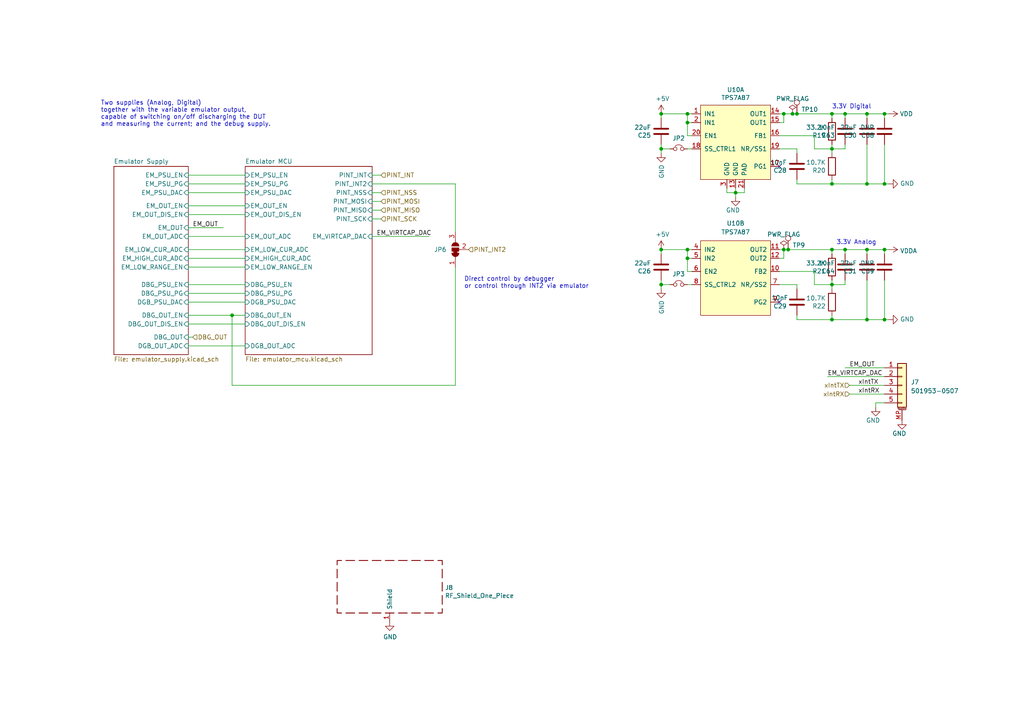
<source format=kicad_sch>
(kicad_sch (version 20230121) (generator eeschema)
  (paper "A4")
  (title_block (title "Emulator") (date "2022-08-16") (rev "2.1"))
  (lib_symbols
    (symbol "Connector:TestPoint" (pin_numbers hide) (pin_names (offset 0.762) hide)
      (property "Reference" "TP" (at 0 6.858 0))
      (property "Value" "TestPoint" (at 0 5.08 0))
      (symbol "TestPoint_0_1"
        (circle (center 0 3.302) (radius 0.762))
      )
      (symbol "TestPoint_1_1"
        (pin passive line (at 0 0 90) (length 2.54) (name "1") (number "1"))
      )
    )
    (symbol "Connector_Generic_MountingPin:Conn_01x05_MountingPin" (pin_names (offset 1.016) hide)
      (property "Reference" "J" (at 0 7.62 0))
      (property "Value" "Conn_01x05_MountingPin" (at 1.27 -7.62 0))
      (symbol "Conn_01x05_MountingPin_1_1"
        (rectangle (start -1.27 -4.953) (end 0 -5.207) (stroke (width 0.1524)))
        (rectangle (start -1.27 -2.413) (end 0 -2.667) (stroke (width 0.1524)))
        (rectangle (start -1.27 0.127) (end 0 -0.127) (stroke (width 0.1524)))
        (rectangle (start -1.27 2.667) (end 0 2.413) (stroke (width 0.1524)))
        (rectangle (start -1.27 5.207) (end 0 4.953) (stroke (width 0.1524)))
        (rectangle (start -1.27 6.35) (end 1.27 -6.35) (stroke (width 0.254)) (fill (type background)))
        (polyline (pts (xy -1.016 -7.112) (xy 1.016 -7.112)) (stroke (width 0.1524)))
        (text "Mounting" (at 0 -6.731 0) (effects (font (size 0.381 0.381))))
        (pin passive line (at -5.08 5.08 0) (length 3.81) (name "Pin_1") (number "1"))
        (pin passive line (at -5.08 2.54 0) (length 3.81) (name "Pin_2") (number "2"))
        (pin passive line (at -5.08 0 0) (length 3.81) (name "Pin_3") (number "3"))
        (pin passive line (at -5.08 -2.54 0) (length 3.81) (name "Pin_4") (number "4"))
        (pin passive line (at -5.08 -5.08 0) (length 3.81) (name "Pin_5") (number "5"))
        (pin passive line (at 0 -10.16 90) (length 3.048) (name "MountPin") (number "MP"))
      )
    )
    (symbol "Device:C" (pin_numbers hide) (pin_names (offset 0.254))
      (property "Reference" "C" (at 0.635 2.54 0))
      (property "Value" "C" (at 0.635 -2.54 0))
      (symbol "C_0_1"
        (polyline (pts (xy -2.032 -0.762) (xy 2.032 -0.762)) (stroke (width 0.508)))
        (polyline (pts (xy -2.032 0.762) (xy 2.032 0.762)) (stroke (width 0.508)))
      )
      (symbol "C_1_1"
        (pin passive line (at 0 3.81 270) (length 2.794) (name "~") (number "1"))
        (pin passive line (at 0 -3.81 90) (length 2.794) (name "~") (number "2"))
      )
    )
    (symbol "Device:R" (pin_numbers hide) (pin_names (offset 0))
      (property "Reference" "R" (at 2.032 0 90))
      (property "Value" "R" (at 0 0 90))
      (symbol "R_0_1"
        (rectangle (start -1.016 -2.54) (end 1.016 2.54) (stroke (width 0.254)))
      )
      (symbol "R_1_1"
        (pin passive line (at 0 3.81 270) (length 1.27) (name "~") (number "1"))
        (pin passive line (at 0 -3.81 90) (length 1.27) (name "~") (number "2"))
      )
    )
    (symbol "Jumper:SolderJumper_3_Bridged12" (pin_names (offset 0) hide)
      (property "Reference" "JP" (at -2.54 -2.54 0))
      (property "Value" "SolderJumper_3_Bridged12" (at 0 2.794 0))
      (symbol "SolderJumper_3_Bridged12_0_1"
        (rectangle (start -1.016 0.508) (end -0.508 -0.508) (fill (type outline)))
        (arc (start -1.016 1.016) (mid -2.0276 0) (end -1.016 -1.016))
        (arc (start -1.016 1.016) (mid -2.0276 0) (end -1.016 -1.016) (fill (type outline)))
        (rectangle (start -0.508 1.016) (end 0.508 -1.016) (fill (type outline)))
        (polyline (pts (xy -2.54 0) (xy -2.032 0)))
        (polyline (pts (xy -1.016 1.016) (xy -1.016 -1.016)))
        (polyline (pts (xy 0 -1.27) (xy 0 -1.016)))
        (polyline (pts (xy 1.016 1.016) (xy 1.016 -1.016)))
        (polyline (pts (xy 2.54 0) (xy 2.032 0)))
        (arc (start 1.016 -1.016) (mid 2.0276 0) (end 1.016 1.016))
        (arc (start 1.016 -1.016) (mid 2.0276 0) (end 1.016 1.016) (fill (type outline)))
      )
      (symbol "SolderJumper_3_Bridged12_1_1"
        (pin passive line (at -5.08 0 0) (length 2.54) (name "A") (number "1"))
        (pin passive line (at 0 -3.81 90) (length 2.54) (name "C") (number "2"))
        (pin passive line (at 5.08 0 180) (length 2.54) (name "B") (number "3"))
      )
    )
    (symbol "int-debugger-rescue:Jumper_NC_Small-Device" (pin_numbers hide) (pin_names (offset 0.762) hide)
      (property "Reference" "JP" (at 0 2.032 0))
      (property "Value" "Jumper_NC_Small-Device" (at 0.254 -1.524 0))
      (symbol "Jumper_NC_Small-Device_0_1"
        (circle (center -1.016 0) (radius 0.508))
        (circle (center 1.016 0) (radius 0.508))
        (arc (start 1.016 0.762) (mid 0 1.1828) (end -1.016 0.762))
        (pin passive line (at -2.54 0 0) (length 1.016) (name "1") (number "1"))
        (pin passive line (at 2.54 0 180) (length 1.016) (name "2") (number "2"))
      )
    )
    (symbol "int-debugger-rescue:RF_Shield_One_Piece-Device" (pin_names (offset 1.016))
      (property "Reference" "J" (at 0 5.08 0))
      (property "Value" "RF_Shield_One_Piece-Device" (at 0 2.54 0))
      (symbol "RF_Shield_One_Piece-Device_0_1"
        (polyline (pts (xy -15.24 -5.08) (xy -15.24 -2.54)) (stroke (width 0.254)))
        (polyline (pts (xy -15.24 -1.27) (xy -15.24 1.27)) (stroke (width 0.254)))
        (polyline (pts (xy -15.24 2.54) (xy -15.24 5.08)) (stroke (width 0.254)))
        (polyline (pts (xy -12.7 7.62) (xy -10.16 7.62)) (stroke (width 0.254)))
        (polyline (pts (xy -10.16 -7.62) (xy -12.7 -7.62)) (stroke (width 0.254)))
        (polyline (pts (xy -6.35 -7.62) (xy -8.89 -7.62)) (stroke (width 0.254)))
        (polyline (pts (xy -6.35 7.62) (xy -8.89 7.62)) (stroke (width 0.254)))
        (polyline (pts (xy -2.54 -7.62) (xy -5.08 -7.62)) (stroke (width 0.254)))
        (polyline (pts (xy -2.54 7.62) (xy -5.08 7.62)) (stroke (width 0.254)))
        (polyline (pts (xy -1.27 -7.62) (xy 1.27 -7.62)) (stroke (width 0.254)))
        (polyline (pts (xy 1.27 7.62) (xy -1.27 7.62)) (stroke (width 0.254)))
        (polyline (pts (xy 2.54 -7.62) (xy 5.08 -7.62)) (stroke (width 0.254)))
        (polyline (pts (xy 5.08 7.62) (xy 2.54 7.62)) (stroke (width 0.254)))
        (polyline (pts (xy 6.35 -7.62) (xy 8.89 -7.62)) (stroke (width 0.254)))
        (polyline (pts (xy 8.89 7.62) (xy 6.35 7.62)) (stroke (width 0.254)))
        (polyline (pts (xy 10.16 -7.62) (xy 12.7 -7.62)) (stroke (width 0.254)))
        (polyline (pts (xy 12.7 7.62) (xy 10.16 7.62)) (stroke (width 0.254)))
        (polyline (pts (xy 15.24 -5.08) (xy 15.24 -2.54)) (stroke (width 0.254)))
        (polyline (pts (xy 15.24 -1.27) (xy 15.24 1.27)) (stroke (width 0.254)))
        (polyline (pts (xy 15.24 2.54) (xy 15.24 5.08)) (stroke (width 0.254)))
        (polyline (pts (xy -15.24 6.35) (xy -15.24 7.62) (xy -13.97 7.62)) (stroke (width 0.254)))
        (polyline (pts (xy -13.97 -7.62) (xy -15.24 -7.62) (xy -15.24 -6.35)) (stroke (width 0.254)))
        (polyline (pts (xy 13.97 -7.62) (xy 15.24 -7.62) (xy 15.24 -6.35)) (stroke (width 0.254)))
        (polyline (pts (xy 15.24 6.35) (xy 15.24 7.62) (xy 13.97 7.62)) (stroke (width 0.254)))
      )
      (symbol "RF_Shield_One_Piece-Device_1_1"
        (pin passive line (at 0 -10.16 90) (length 2.54) (name "Shield") (number "1"))
      )
    )
    (symbol "jaspers_lib:TPS7A87" (pin_names (offset 1.016))
      (property "Reference" "U" (at -8.89 22.86 0))
      (property "Value" "TPS7A87" (at 1.27 22.86 0))
      (symbol "TPS7A87_0_1"
        (rectangle (start -10.16 20.32) (end 10.16 -1.27) (fill (type background)))
      )
      (symbol "TPS7A87_1_1"
        (pin input line (at -12.7 17.78 0) (length 2.54) (name "IN1") (number "1"))
        (pin input line (at 0 -3.81 90) (length 2.54) (name "GND") (number "13"))
        (pin input line (at 12.7 17.78 180) (length 2.54) (name "OUT1") (number "14"))
        (pin input line (at 12.7 15.24 180) (length 2.54) (name "OUT1") (number "15"))
        (pin input line (at 12.7 11.43 180) (length 2.54) (name "FB1") (number "16"))
        (pin input line (at 12.7 2.54 180) (length 2.54) (name "PG1") (number "17"))
        (pin input line (at -12.7 7.62 0) (length 2.54) (name "SS_CTRL1") (number "18"))
        (pin input line (at 12.7 7.62 180) (length 2.54) (name "NR/SS1") (number "19"))
        (pin input line (at -12.7 15.24 0) (length 2.54) (name "IN1") (number "2"))
        (pin input line (at -12.7 11.43 0) (length 2.54) (name "EN1") (number "20"))
        (pin input line (at 2.54 -3.81 90) (length 2.54) (name "PAD") (number "21"))
        (pin input line (at -2.54 -3.81 90) (length 2.54) (name "GND") (number "3"))
      )
      (symbol "TPS7A87_2_1"
        (pin input line (at 12.7 11.43 180) (length 2.54) (name "FB2") (number "10"))
        (pin input line (at 12.7 17.78 180) (length 2.54) (name "OUT2") (number "11"))
        (pin input line (at 12.7 15.24 180) (length 2.54) (name "OUT2") (number "12"))
        (pin input line (at -12.7 17.78 0) (length 2.54) (name "IN2") (number "4"))
        (pin input line (at -12.7 15.24 0) (length 2.54) (name "IN2") (number "5"))
        (pin input line (at -12.7 11.43 0) (length 2.54) (name "EN2") (number "6"))
        (pin input line (at 12.7 7.62 180) (length 2.54) (name "NR/SS2") (number "7"))
        (pin input line (at -12.7 7.62 0) (length 2.54) (name "SS_CTRL2") (number "8"))
        (pin input line (at 12.7 2.54 180) (length 2.54) (name "PG2") (number "9"))
      )
    )
    (symbol "power:+5V" (power) (pin_names (offset 0))
      (property "Value" "+5V" (at 0 3.556 0))
      (symbol "+5V_0_1"
        (polyline (pts (xy -0.762 1.27) (xy 0 2.54)))
        (polyline (pts (xy 0 0) (xy 0 2.54)))
        (polyline (pts (xy 0 2.54) (xy 0.762 1.27)))
      )
      (symbol "+5V_1_1"
        (pin power_in line (at 0 0 90) (length 0) hide (name "+5V") (number "1"))
      )
    )
    (symbol "power:GND" (power) (pin_names (offset 0))
      (property "Value" "GND" (at 0 -3.81 0))
      (symbol "GND_0_1"
        (polyline (pts (xy 0 0) (xy 0 -1.27) (xy 1.27 -1.27) (xy 0 -2.54) (xy -1.27 -1.27) (xy 0 -1.27)))
      )
      (symbol "GND_1_1"
        (pin power_in line (at 0 0 270) (length 0) hide (name "GND") (number "1"))
      )
    )
    (symbol "power:PWR_FLAG" (power) (pin_numbers hide) (pin_names (offset 0) hide)
      (property "Value" "PWR_FLAG" (at 0 3.81 0))
      (symbol "PWR_FLAG_0_0"
        (pin power_out line (at 0 0 90) (length 0) (name "pwr") (number "1"))
      )
      (symbol "PWR_FLAG_0_1"
        (polyline (pts (xy 0 0) (xy 0 1.27) (xy -1.016 1.905) (xy 0 2.54) (xy 1.016 1.905) (xy 0 1.27)))
      )
    )
    (symbol "power:VDD" (power) (pin_names (offset 0))
      (property "Value" "VDD" (at 0 3.81 0))
      (symbol "VDD_0_1"
        (polyline (pts (xy -0.762 1.27) (xy 0 2.54)))
        (polyline (pts (xy 0 0) (xy 0 2.54)))
        (polyline (pts (xy 0 2.54) (xy 0.762 1.27)))
      )
      (symbol "VDD_1_1"
        (pin power_in line (at 0 0 90) (length 0) hide (name "VDD") (number "1"))
      )
    )
    (symbol "power:VDDA" (power) (pin_names (offset 0))
      (property "Value" "VDDA" (at 0 3.81 0))
      (symbol "VDDA_0_1"
        (polyline (pts (xy -0.762 1.27) (xy 0 2.54)))
        (polyline (pts (xy 0 0) (xy 0 2.54)))
        (polyline (pts (xy 0 2.54) (xy 0.762 1.27)))
      )
      (symbol "VDDA_1_1"
        (pin power_in line (at 0 0 90) (length 0) hide (name "VDDA") (number "1"))
      )
    )
  )
  (junction (at 199.39 74.93))
  (junction (at 256.54 33.02))
  (junction (at 227.33 33.02))
  (junction (at 251.46 33.02))
  (junction (at 191.77 82.55))
  (junction (at 231.14 33.02))
  (junction (at 251.46 53.34))
  (junction (at 245.11 72.39))
  (junction (at 241.3 82.55))
  (junction (at 241.3 92.71))
  (junction (at 241.3 43.18))
  (junction (at 251.46 92.71))
  (junction (at 241.3 53.34))
  (junction (at 256.54 72.39))
  (junction (at 241.3 72.39))
  (junction (at 251.46 72.39))
  (junction (at 229.87 33.02))
  (junction (at 191.77 43.18))
  (junction (at 213.36 55.88))
  (junction (at 227.33 72.39))
  (junction (at 228.6 72.39))
  (junction (at 199.39 33.02))
  (junction (at 67.31 91.44))
  (junction (at 241.3 33.02))
  (junction (at 256.54 92.71))
  (junction (at 199.39 72.39))
  (junction (at 245.11 33.02))
  (junction (at 191.77 33.02))
  (junction (at 256.54 53.34))
  (junction (at 191.77 72.39))
  (junction (at 199.39 35.56))
  (no_connect (at 226.06 87.63))
  (no_connect (at 226.06 48.26))
  (wire (pts (xy 199.39 72.39) (xy 191.77 72.39)))
  (wire (pts (xy 54.61 100.33) (xy 71.12 100.33)))
  (wire (pts (xy 199.39 35.56) (xy 200.66 35.56)))
  (wire (pts (xy 231.14 92.71) (xy 241.3 92.71)))
  (wire (pts (xy 54.61 53.34) (xy 71.12 53.34)))
  (wire (pts (xy 54.61 74.93) (xy 71.12 74.93)))
  (wire (pts (xy 67.31 91.44) (xy 71.12 91.44)))
  (wire (pts (xy 254 118.11) (xy 254 116.84)))
  (wire (pts (xy 226.06 33.02) (xy 227.33 33.02)))
  (wire (pts (xy 236.22 78.74) (xy 236.22 82.55)))
  (wire (pts (xy 245.11 82.55) (xy 245.11 81.28)))
  (wire (pts (xy 213.36 55.88) (xy 213.36 57.15)))
  (wire (pts (xy 257.81 53.34) (xy 256.54 53.34)))
  (wire (pts (xy 199.39 78.74) (xy 199.39 74.93)))
  (wire (pts (xy 54.61 87.63) (xy 71.12 87.63)))
  (wire (pts (xy 199.39 72.39) (xy 200.66 72.39)))
  (wire (pts (xy 226.06 43.18) (xy 231.14 43.18)))
  (wire (pts (xy 191.77 34.29) (xy 191.77 33.02)))
  (wire (pts (xy 241.3 52.07) (xy 241.3 53.34)))
  (wire (pts (xy 191.77 82.55) (xy 191.77 83.82)))
  (wire (pts (xy 236.22 82.55) (xy 241.3 82.55)))
  (wire (pts (xy 245.11 33.02) (xy 251.46 33.02)))
  (wire (pts (xy 132.08 77.47) (xy 132.08 111.76)))
  (wire (pts (xy 226.06 72.39) (xy 227.33 72.39)))
  (wire (pts (xy 245.11 34.29) (xy 245.11 33.02)))
  (wire (pts (xy 200.66 33.02) (xy 199.39 33.02)))
  (wire (pts (xy 215.9 54.61) (xy 215.9 55.88)))
  (wire (pts (xy 241.3 53.34) (xy 251.46 53.34)))
  (wire (pts (xy 254 116.84) (xy 256.54 116.84)))
  (wire (pts (xy 227.33 72.39) (xy 228.6 72.39)))
  (wire (pts (xy 246.38 111.76) (xy 256.54 111.76)))
  (wire (pts (xy 54.61 82.55) (xy 71.12 82.55)))
  (wire (pts (xy 251.46 73.66) (xy 251.46 72.39)))
  (wire (pts (xy 257.81 92.71) (xy 256.54 92.71)))
  (wire (pts (xy 54.61 59.69) (xy 71.12 59.69)))
  (wire (pts (xy 67.31 91.44) (xy 67.31 111.76)))
  (wire (pts (xy 54.61 85.09) (xy 71.12 85.09)))
  (wire (pts (xy 241.3 81.28) (xy 241.3 82.55)))
  (wire (pts (xy 251.46 34.29) (xy 251.46 33.02)))
  (wire (pts (xy 256.54 81.28) (xy 256.54 92.71)))
  (wire (pts (xy 107.95 53.34) (xy 132.08 53.34)))
  (wire (pts (xy 213.36 55.88) (xy 213.36 54.61)))
  (wire (pts (xy 231.14 91.44) (xy 231.14 92.71)))
  (wire (pts (xy 236.22 39.37) (xy 236.22 43.18)))
  (wire (pts (xy 199.39 74.93) (xy 199.39 72.39)))
  (wire (pts (xy 226.06 39.37) (xy 236.22 39.37)))
  (wire (pts (xy 256.54 33.02) (xy 257.81 33.02)))
  (wire (pts (xy 241.3 41.91) (xy 241.3 43.18)))
  (wire (pts (xy 231.14 52.07) (xy 231.14 53.34)))
  (wire (pts (xy 210.82 54.61) (xy 210.82 55.88)))
  (wire (pts (xy 241.3 92.71) (xy 251.46 92.71)))
  (wire (pts (xy 256.54 72.39) (xy 257.81 72.39)))
  (wire (pts (xy 231.14 53.34) (xy 241.3 53.34)))
  (wire (pts (xy 256.54 92.71) (xy 251.46 92.71)))
  (wire (pts (xy 231.14 82.55) (xy 226.06 82.55)))
  (wire (pts (xy 191.77 81.28) (xy 191.77 82.55)))
  (wire (pts (xy 231.14 83.82) (xy 231.14 82.55)))
  (wire (pts (xy 256.54 34.29) (xy 256.54 33.02)))
  (wire (pts (xy 226.06 74.93) (xy 227.33 74.93)))
  (wire (pts (xy 251.46 72.39) (xy 245.11 72.39)))
  (wire (pts (xy 256.54 114.3) (xy 246.38 114.3)))
  (wire (pts (xy 245.11 43.18) (xy 241.3 43.18)))
  (wire (pts (xy 251.46 53.34) (xy 251.46 41.91)))
  (wire (pts (xy 241.3 33.02) (xy 245.11 33.02)))
  (wire (pts (xy 251.46 33.02) (xy 256.54 33.02)))
  (wire (pts (xy 200.66 39.37) (xy 199.39 39.37)))
  (wire (pts (xy 231.14 43.18) (xy 231.14 44.45)))
  (wire (pts (xy 256.54 73.66) (xy 256.54 72.39)))
  (wire (pts (xy 200.66 78.74) (xy 199.39 78.74)))
  (wire (pts (xy 54.61 97.79) (xy 55.88 97.79)))
  (wire (pts (xy 215.9 55.88) (xy 213.36 55.88)))
  (wire (pts (xy 54.61 50.8) (xy 71.12 50.8)))
  (wire (pts (xy 54.61 72.39) (xy 71.12 72.39)))
  (wire (pts (xy 245.11 73.66) (xy 245.11 72.39)))
  (wire (pts (xy 241.3 72.39) (xy 241.3 73.66)))
  (wire (pts (xy 227.33 74.93) (xy 227.33 72.39)))
  (wire (pts (xy 132.08 53.34) (xy 132.08 67.31)))
  (wire (pts (xy 226.06 78.74) (xy 236.22 78.74)))
  (wire (pts (xy 240.03 109.22) (xy 256.54 109.22)))
  (wire (pts (xy 210.82 55.88) (xy 213.36 55.88)))
  (wire (pts (xy 107.95 58.42) (xy 110.49 58.42)))
  (wire (pts (xy 107.95 63.5) (xy 110.49 63.5)))
  (wire (pts (xy 245.11 41.91) (xy 245.11 43.18)))
  (wire (pts (xy 107.95 50.8) (xy 110.49 50.8)))
  (wire (pts (xy 245.11 72.39) (xy 241.3 72.39)))
  (wire (pts (xy 199.39 33.02) (xy 199.39 35.56)))
  (wire (pts (xy 227.33 35.56) (xy 227.33 33.02)))
  (wire (pts (xy 227.33 33.02) (xy 229.87 33.02)))
  (wire (pts (xy 194.31 82.55) (xy 191.77 82.55)))
  (wire (pts (xy 54.61 77.47) (xy 71.12 77.47)))
  (wire (pts (xy 54.61 66.04) (xy 64.77 66.04)))
  (wire (pts (xy 54.61 91.44) (xy 67.31 91.44)))
  (wire (pts (xy 200.66 82.55) (xy 199.39 82.55)))
  (wire (pts (xy 199.39 43.18) (xy 200.66 43.18)))
  (wire (pts (xy 200.66 74.93) (xy 199.39 74.93)))
  (wire (pts (xy 54.61 55.88) (xy 71.12 55.88)))
  (wire (pts (xy 241.3 82.55) (xy 245.11 82.55)))
  (wire (pts (xy 245.11 106.68) (xy 256.54 106.68)))
  (wire (pts (xy 54.61 62.23) (xy 71.12 62.23)))
  (wire (pts (xy 256.54 41.91) (xy 256.54 53.34)))
  (wire (pts (xy 231.14 33.02) (xy 241.3 33.02)))
  (wire (pts (xy 229.87 33.02) (xy 231.14 33.02)))
  (wire (pts (xy 199.39 39.37) (xy 199.39 35.56)))
  (wire (pts (xy 107.95 55.88) (xy 110.49 55.88)))
  (wire (pts (xy 251.46 92.71) (xy 251.46 81.28)))
  (wire (pts (xy 67.31 111.76) (xy 132.08 111.76)))
  (wire (pts (xy 256.54 72.39) (xy 251.46 72.39)))
  (wire (pts (xy 228.6 72.39) (xy 241.3 72.39)))
  (wire (pts (xy 241.3 33.02) (xy 241.3 34.29)))
  (wire (pts (xy 54.61 93.98) (xy 71.12 93.98)))
  (wire (pts (xy 54.61 68.58) (xy 71.12 68.58)))
  (wire (pts (xy 191.77 72.39) (xy 191.77 73.66)))
  (wire (pts (xy 241.3 82.55) (xy 241.3 83.82)))
  (wire (pts (xy 226.06 35.56) (xy 227.33 35.56)))
  (wire (pts (xy 256.54 53.34) (xy 251.46 53.34)))
  (wire (pts (xy 236.22 43.18) (xy 241.3 43.18)))
  (wire (pts (xy 191.77 41.91) (xy 191.77 43.18)))
  (wire (pts (xy 107.95 68.58) (xy 124.46 68.58)))
  (wire (pts (xy 191.77 43.18) (xy 191.77 44.45)))
  (wire (pts (xy 241.3 43.18) (xy 241.3 44.45)))
  (wire (pts (xy 107.95 60.96) (xy 110.49 60.96)))
  (wire (pts (xy 191.77 33.02) (xy 199.39 33.02)))
  (wire (pts (xy 194.31 43.18) (xy 191.77 43.18)))
  (wire (pts (xy 241.3 91.44) (xy 241.3 92.71)))
  (text "Direct control by debugger\nor control through INT2 via emulator" (at 134.62 83.82 0) (effects (font (size 1.27 1.27)) (justify left bottom)))
  (text "3.3V Digital" (at 241.3 31.75 0) (effects (font (size 1.27 1.27)) (justify left bottom)))
  (text "Two supplies (Analog, Digital)\ntogether with the variable emulator output, \ncapable of switching on/off discharging the DUT \nand measuring the current; and the debug supply." (at 29.21 36.83 0) (effects (font (size 1.27 1.27)) (justify left bottom)))
  (text "3.3V Analog" (at 242.57 71.12 0) (effects (font (size 1.27 1.27)) (justify left bottom)))
  (label "EM_VIRTCAP_DAC" (at 240.03 109.22 0))
  (label "EM_VIRTCAP_DAC" (at 109.22 68.58 0))
  (label "EM_OUT" (at 55.88 66.04 0))
  (label "xIntRX" (at 248.92 114.3 0))
  (label "EM_OUT" (at 246.38 106.68 0))
  (label "xIntTX" (at 248.92 111.76 0))
  (hierarchical_label "PINT_NSS" (shape input) (at 110.49 55.88 0))
  (hierarchical_label "PINT_MISO" (shape input) (at 110.49 60.96 0))
  (hierarchical_label "PINT_MOSI" (shape input) (at 110.49 58.42 0))
  (hierarchical_label "PINT_INT2" (shape input) (at 135.89 72.39 0))
  (hierarchical_label "xIntRX" (shape input) (at 246.38 114.3 180))
  (hierarchical_label "PINT_SCK" (shape input) (at 110.49 63.5 0))
  (hierarchical_label "DBG_OUT" (shape input) (at 55.88 97.79 0))
  (hierarchical_label "PINT_INT" (shape input) (at 110.49 50.8 0))
  (hierarchical_label "xIntTX" (shape input) (at 246.38 111.76 180))
  (symbol (lib_id "power:GND") (at 254 118.11 0) (unit 1)
    (property "Reference" "#PWR0100" (effects hide))
    (property "Value" "GND" (at 255.27 121.92 0) (effects (justify right)))
  )
  (symbol (lib_id "Connector:TestPoint") (at 231.14 33.02 0) (unit 1)
    (property "Reference" "TP10" (at 232.41 31.75 0) (effects (justify left)))
    (property "Value" "TestPoint" (effects hide))
    (property "Footprint" "TestPoint:TestPoint_Keystone_5000-5004_Miniature" (effects hide))
    (property "MPN" "-" (effects hide))
  )
  (symbol (lib_id "Connector:TestPoint") (at 228.6 72.39 0) (unit 1)
    (property "Reference" "TP9" (at 229.87 71.12 0) (effects (justify left)))
    (property "Value" "TestPoint" (effects hide))
    (property "Footprint" "TestPoint:TestPoint_Keystone_5000-5004_Miniature" (effects hide))
    (property "MPN" "-" (effects hide))
  )
  (symbol (lib_id "int-debugger-rescue:RF_Shield_One_Piece-Device") (at 113.03 170.18 0) (unit 1)
    (property "Reference" "J8" (at 129.032 170.4594 0) (effects (justify left)))
    (property "Value" "RF_Shield_One_Piece" (at 129.032 172.7708 0) (effects (justify left)))
    (property "Footprint" "RF_Shielding:Laird_Technologies_BMI-S-209-F_29.36x18.50mm" (effects hide))
    (property "MPN" "BMI-S-209-F + BMI-S-209-C" (effects hide))
  )
  (symbol (lib_id "power:GND") (at 113.03 180.34 0) (unit 1)
    (property "Reference" "#PWR08" (effects hide))
    (property "Value" "GND" (at 113.157 184.7342 0))
  )
  (symbol (lib_id "Device:C") (at 245.11 38.1 180) (unit 1)
    (property "Reference" "C63" (at 242.189 39.2684 0) (effects (justify left)))
    (property "Value" "10nF" (at 242.189 36.957 0) (effects (justify left)))
    (property "Footprint" "Capacitor_SMD:C_0603_1608Metric" (effects hide))
    (property "MPN" "06035C103KAT2A" (effects hide))
  )
  (symbol (lib_id "Device:C") (at 245.11 77.47 180) (unit 1)
    (property "Reference" "C64" (at 242.189 78.6384 0) (effects (justify left)))
    (property "Value" "10nF" (at 242.189 76.327 0) (effects (justify left)))
    (property "Footprint" "Capacitor_SMD:C_0603_1608Metric" (effects hide))
    (property "MPN" "06035C103KAT2A" (effects hide))
  )
  (symbol (lib_id "jaspers_lib:TPS7A87") (at 213.36 50.8 0) (unit 1)
    (property "Reference" "U10" (at 213.36 26.035 0))
    (property "Value" "TPS7A87" (at 213.36 28.3464 0))
    (property "Footprint" "jaspers_footprints:Texas-WQFN-20" (effects hide))
    (property "Datasheet" "https://www.ti.com/lit/ds/symlink/tps7a87.pdf" (effects hide))
  )
  (symbol (lib_id "Device:R") (at 241.3 48.26 180) (unit 1)
    (property "Reference" "R20" (at 239.522 49.4284 0) (effects (justify left)))
    (property "Value" "10.7K" (at 239.522 47.117 0) (effects (justify left)))
    (property "Footprint" "Resistor_SMD:R_0603_1608Metric" (effects hide))
    (property "MPN" "RC0603FR-0710K7L" (effects hide))
  )
  (symbol (lib_id "Device:R") (at 241.3 38.1 180) (unit 1)
    (property "Reference" "R19" (at 239.522 39.2684 0) (effects (justify left)))
    (property "Value" "33.2K" (at 239.522 36.957 0) (effects (justify left)))
    (property "Footprint" "Resistor_SMD:R_0603_1608Metric" (effects hide))
    (property "MPN" "RC0603FR-0733K2L" (effects hide))
  )
  (symbol (lib_id "Device:C") (at 251.46 38.1 180) (unit 1)
    (property "Reference" "C30" (at 248.539 39.2684 0) (effects (justify left)))
    (property "Value" "22uF" (at 248.539 36.957 0) (effects (justify left)))
    (property "Footprint" "Capacitor_SMD:C_0603_1608Metric" (effects hide))
    (property "MPN" "GRM188R61A226ME15D" (effects hide))
  )
  (symbol (lib_id "Device:C") (at 191.77 38.1 180) (unit 1)
    (property "Reference" "C25" (at 188.849 39.2684 0) (effects (justify left)))
    (property "Value" "22uF" (at 188.849 36.957 0) (effects (justify left)))
    (property "Footprint" "Capacitor_SMD:C_0603_1608Metric" (effects hide))
    (property "MPN" "GRM188R61A226ME15D" (effects hide))
  )
  (symbol (lib_id "Device:C") (at 191.77 77.47 180) (unit 1)
    (property "Reference" "C26" (at 188.849 78.6384 0) (effects (justify left)))
    (property "Value" "22uF" (at 188.849 76.327 0) (effects (justify left)))
    (property "Footprint" "Capacitor_SMD:C_0603_1608Metric" (effects hide))
    (property "MPN" "GRM188R61A226ME15D" (effects hide))
  )
  (symbol (lib_id "Device:C") (at 251.46 77.47 180) (unit 1)
    (property "Reference" "C31" (at 248.539 78.6384 0) (effects (justify left)))
    (property "Value" "22uF" (at 248.539 76.327 0) (effects (justify left)))
    (property "Footprint" "Capacitor_SMD:C_0603_1608Metric" (effects hide))
    (property "MPN" "GRM188R61A226ME15D" (effects hide))
  )
  (symbol (lib_id "Device:R") (at 241.3 87.63 180) (unit 1)
    (property "Reference" "R22" (at 239.522 88.7984 0) (effects (justify left)))
    (property "Value" "10.7K" (at 239.522 86.487 0) (effects (justify left)))
    (property "Footprint" "Resistor_SMD:R_0603_1608Metric" (effects hide))
    (property "MPN" "RC0603FR-0710K7L" (effects hide))
  )
  (symbol (lib_id "Device:R") (at 241.3 77.47 180) (unit 1)
    (property "Reference" "R21" (at 239.522 78.6384 0) (effects (justify left)))
    (property "Value" "33.2K" (at 239.522 76.327 0) (effects (justify left)))
    (property "Footprint" "Resistor_SMD:R_0603_1608Metric" (effects hide))
    (property "MPN" "RC0603FR-0733K2L" (effects hide))
  )
  (symbol (lib_id "power:GND") (at 257.81 92.71 90) (unit 1)
    (property "Reference" "#PWR077" (effects hide))
    (property "Value" "GND" (at 261.0612 92.583 90) (effects (justify right)))
  )
  (symbol (lib_id "power:GND") (at 257.81 53.34 90) (unit 1)
    (property "Reference" "#PWR076" (effects hide))
    (property "Value" "GND" (at 261.0612 53.213 90) (effects (justify right)))
  )
  (symbol (lib_id "power:GND") (at 213.36 57.15 0) (unit 1)
    (property "Reference" "#PWR072" (effects hide))
    (property "Value" "GND" (at 214.63 60.96 0) (effects (justify right)))
  )
  (symbol (lib_id "power:GND") (at 191.77 83.82 0) (unit 1)
    (property "Reference" "#PWR069" (effects hide))
    (property "Value" "GND" (at 191.897 87.0712 90) (effects (justify right)))
  )
  (symbol (lib_id "power:GND") (at 191.77 44.45 0) (unit 1)
    (property "Reference" "#PWR067" (effects hide))
    (property "Value" "GND" (at 191.897 47.7012 90) (effects (justify right)))
  )
  (symbol (lib_id "int-debugger-rescue:Jumper_NC_Small-Device") (at 196.85 43.18 0) (unit 1) (in_bom no)
    (property "Reference" "JP2" (at 196.85 40.1066 0))
    (property "Value" "Jumper_NC_Small" (effects hide))
    (property "Footprint" "jaspers_footprints:SolderJumper-small-nc" (effects hide))
    (property "MPN" "-" (effects hide))
  )
  (symbol (lib_id "int-debugger-rescue:Jumper_NC_Small-Device") (at 196.85 82.55 0) (unit 1) (in_bom no)
    (property "Reference" "JP3" (at 196.85 79.4766 0))
    (property "Value" "Jumper_NC_Small" (effects hide))
    (property "Footprint" "jaspers_footprints:SolderJumper-small-nc" (effects hide))
    (property "MPN" "-" (effects hide))
  )
  (symbol (lib_id "Device:C") (at 231.14 48.26 180) (unit 1)
    (property "Reference" "C28" (at 228.219 49.4284 0) (effects (justify left)))
    (property "Value" "10nF" (at 228.219 47.117 0) (effects (justify left)))
    (property "Footprint" "Capacitor_SMD:C_0603_1608Metric" (effects hide))
    (property "MPN" "06035C103KAT2A" (effects hide))
  )
  (symbol (lib_id "Device:C") (at 231.14 87.63 180) (unit 1)
    (property "Reference" "C29" (at 228.219 88.7984 0) (effects (justify left)))
    (property "Value" "10nF" (at 228.6 86.36 0) (effects (justify left)))
    (property "Footprint" "Capacitor_SMD:C_0603_1608Metric" (effects hide))
    (property "MPN" "06035C103KAT2A" (effects hide))
  )
  (symbol (lib_id "power:VDD") (at 257.81 33.02 270) (unit 1)
    (property "Reference" "#PWR074" (effects hide))
    (property "Value" "VDD" (at 262.89 33.02 90))
  )
  (symbol (lib_id "power:VDDA") (at 257.81 72.39 270) (unit 1)
    (property "Reference" "#PWR075" (effects hide))
    (property "Value" "VDDA" (at 261.0612 72.771 90) (effects (justify left)))
  )
  (symbol (lib_id "power:+5V") (at 191.77 33.02 0) (unit 1)
    (property "Reference" "#PWR066" (effects hide))
    (property "Value" "+5V" (at 192.151 28.6258 0))
  )
  (symbol (lib_id "power:+5V") (at 191.77 72.39 0) (unit 1)
    (property "Reference" "#PWR068" (effects hide))
    (property "Value" "+5V" (at 192.151 67.9958 0))
  )
  (symbol (lib_id "power:PWR_FLAG") (at 229.87 33.02 0) (unit 1)
    (property "Reference" "#FLG0104" (effects hide))
    (property "Value" "PWR_FLAG" (at 229.87 28.6258 0))
  )
  (symbol (lib_id "power:PWR_FLAG") (at 227.33 72.39 0) (unit 1)
    (property "Reference" "#FLG0105" (effects hide))
    (property "Value" "PWR_FLAG" (at 227.33 67.9958 0))
  )
  (symbol (lib_id "Device:C") (at 256.54 38.1 180) (unit 1)
    (property "Reference" "C58" (at 253.619 39.2684 0) (effects (justify left)))
    (property "Value" "DNP" (at 253.619 36.957 0) (effects (justify left)))
    (property "Footprint" "Capacitor_SMD:C_0603_1608Metric" (effects hide))
    (property "MPN" "-" (effects hide))
  )
  (symbol (lib_id "Device:C") (at 256.54 77.47 180) (unit 1)
    (property "Reference" "C59" (at 253.619 78.6384 0) (effects (justify left)))
    (property "Value" "DNP" (at 253.619 76.327 0) (effects (justify left)))
    (property "Footprint" "Capacitor_SMD:C_0603_1608Metric" (effects hide))
    (property "MPN" "-" (effects hide))
  )
  (symbol (lib_id "Jumper:SolderJumper_3_Bridged12") (at 132.08 72.39 90) (unit 1) (in_bom no)
    (property "Reference" "JP6" (at 129.54 72.3899 90) (effects (justify left)))
    (property "Value" "SolderJumper_3_Bridged12" (effects hide))
    (property "Footprint" "Jumper:SolderJumper-3_P1.3mm_Bridged12_Pad1.0x1.5mm" (effects hide))
  )
  (symbol (lib_id "Connector_Generic_MountingPin:Conn_01x05_MountingPin") (at 261.62 111.76 0) (unit 1)
    (property "Reference" "J7" (at 264.16 110.8455 0) (effects (justify left)))
    (property "Value" "501953-0507" (at 264.16 113.3855 0) (effects (justify left)))
    (property "Footprint" "jaspers_footprints:Molex_Pico-Clasp_501953-0507_1x05-1MP_P1.00mm_Horizontal" (effects hide))
    (property "MPN" "501953-0507" (effects hide))
  )
  (symbol (lib_id "power:GND") (at 261.62 121.92 0) (unit 1)
    (property "Reference" "#PWR0144" (effects hide))
    (property "Value" "GND" (at 262.89 125.73 0) (effects (justify right)))
  )
  (symbol (lib_id "jaspers_lib:TPS7A87") (at 213.36 90.17 0) (unit 2)
    (property "Reference" "U10" (at 213.36 64.77 0))
    (property "Value" "TPS7A87" (at 213.36 67.31 0))
    (property "Footprint" "jaspers_footprints:Texas-WQFN-20" (effects hide))
    (property "Datasheet" "https://www.ti.com/lit/ds/symlink/tps7a87.pdf" (effects hide))
  )
  (sheet (at 33.02 48.26) (size 21.59 54.61) (stroke (width 0.1524))
    (property "Sheetname" "Emulator Supply" (at 33.02 47.5484 0) (effects (justify left bottom)))
    (property "Sheetfile" "emulator_supply.kicad_sch" (at 33.02 103.4546 0) (effects (justify left top)))
    (pin "DBG_PSU_PG" input (at 54.61 85.09 0))
    (pin "DBG_PSU_EN" input (at 54.61 82.55 0))
    (pin "EM_PSU_EN" input (at 54.61 50.8 0))
    (pin "EM_PSU_PG" input (at 54.61 53.34 0))
    (pin "EM_PSU_DAC" input (at 54.61 55.88 0))
    (pin "EM_LOW_CUR_ADC" input (at 54.61 72.39 0))
    (pin "DBG_OUT_EN" input (at 54.61 91.44 0))
    (pin "EM_HIGH_CUR_ADC" input (at 54.61 74.93 0))
    (pin "DGB_PSU_DAC" input (at 54.61 87.63 0))
    (pin "DBG_OUT" input (at 54.61 97.79 0))
    (pin "DBG_OUT_DIS_EN" input (at 54.61 93.98 0))
    (pin "DGB_OUT_ADC" input (at 54.61 100.33 0))
    (pin "EM_LOW_RANGE_EN" input (at 54.61 77.47 0))
    (pin "EM_OUT_DIS_EN" input (at 54.61 62.23 0))
    (pin "EM_OUT_EN" input (at 54.61 59.69 0))
    (pin "EM_OUT" input (at 54.61 66.04 0))
    (pin "EM_OUT_ADC" input (at 54.61 68.58 0))
  )
  (sheet (at 71.12 48.26) (size 36.83 54.61) (stroke (width 0.1524))
    (property "Sheetname" "Emulator MCU" (at 71.12 47.5484 0) (effects (justify left bottom)))
    (property "Sheetfile" "emulator_mcu.kicad_sch" (at 71.12 103.4546 0) (effects (justify left top)))
    (pin "EM_PSU_PG" input (at 71.12 53.34 180))
    (pin "DBG_PSU_PG" input (at 71.12 85.09 180))
    (pin "EM_LOW_RANGE_EN" input (at 71.12 77.47 180))
    (pin "EM_VIRTCAP_DAC" input (at 107.95 68.58 0))
    (pin "DGB_PSU_DAC" input (at 71.12 87.63 180))
    (pin "EM_PSU_DAC" input (at 71.12 55.88 180))
    (pin "EM_PSU_EN" input (at 71.12 50.8 180))
    (pin "EM_OUT_EN" input (at 71.12 59.69 180))
    (pin "EM_OUT_DIS_EN" input (at 71.12 62.23 180))
    (pin "PINT_MOSI" input (at 107.95 58.42 0))
    (pin "DGB_OUT_ADC" input (at 71.12 100.33 180))
    (pin "DBG_OUT_DIS_EN" input (at 71.12 93.98 180))
    (pin "DBG_PSU_EN" input (at 71.12 82.55 180))
    (pin "DBG_OUT_EN" input (at 71.12 91.44 180))
    (pin "EM_LOW_CUR_ADC" input (at 71.12 72.39 180))
    (pin "PINT_NSS" input (at 107.95 55.88 0))
    (pin "PINT_SCK" input (at 107.95 63.5 0))
    (pin "EM_HIGH_CUR_ADC" input (at 71.12 74.93 180))
    (pin "PINT_MISO" input (at 107.95 60.96 0))
    (pin "PINT_INT" input (at 107.95 50.8 0))
    (pin "PINT_INT2" input (at 107.95 53.34 0))
    (pin "EM_OUT_ADC" input (at 71.12 68.58 180))
  )
)
</source>
